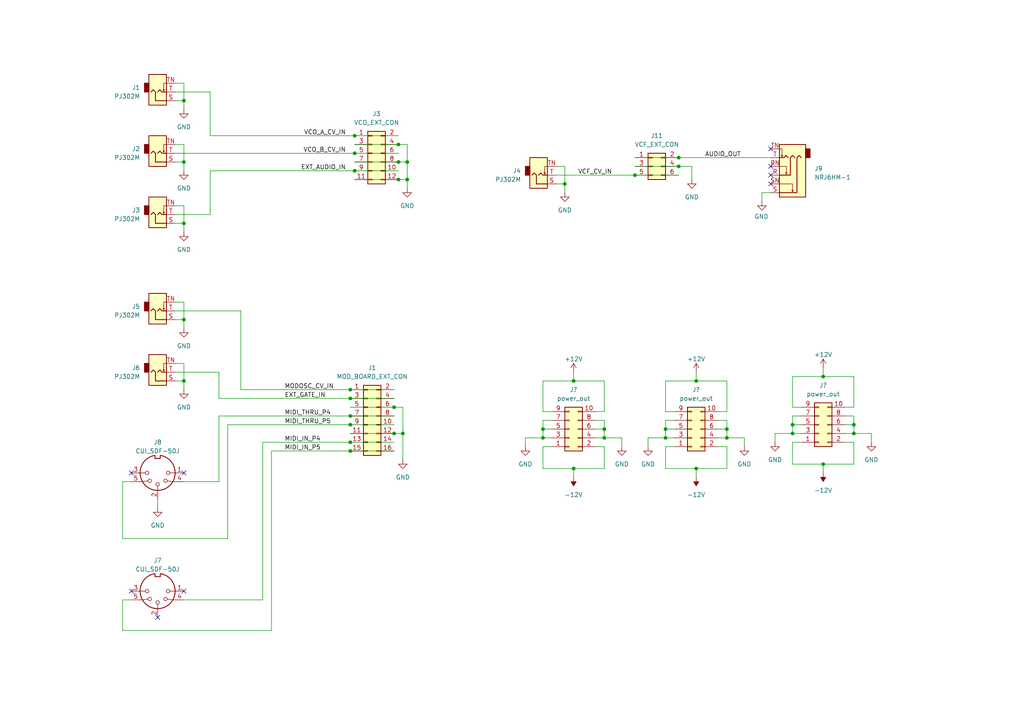
<source format=kicad_sch>
(kicad_sch (version 20230121) (generator eeschema)
  (paper "A4")
  (title_block (title "MICRO-OX Power-Supply and IO Board") (date "2023-05-13") (rev "0") (comment 2 "creativecommons.org/licenses/by/4.0") (comment 3 "license: CC by 4.0") (comment 4 "Author: Jordan Aceto"))
  (lib_symbols
    (symbol "Connector_Audio:AudioJack2_SwitchT"
      (property "Reference" "J" (at 0 8.89 0))
      (property "Value" "AudioJack2_SwitchT" (at 0 6.35 0))
      (symbol "AudioJack2_SwitchT_0_1"
        (rectangle (start -2.54 0) (end -3.81 -2.54) (stroke (width 0.254)) (fill (type outline)))
        (polyline (pts (xy 1.778 -0.254) (xy 2.032 -0.762)))
        (polyline (pts (xy 0 0) (xy 0.635 -0.635) (xy 1.27 0) (xy 2.54 0)) (stroke (width 0.254)))
        (polyline (pts (xy 2.54 -2.54) (xy 1.778 -2.54) (xy 1.778 -0.254) (xy 1.524 -0.762)))
        (polyline (pts (xy 2.54 2.54) (xy -0.635 2.54) (xy -0.635 0) (xy -1.27 -0.635) (xy -1.905 0)) (stroke (width 0.254)))
        (rectangle (start 2.54 3.81) (end -2.54 -5.08) (stroke (width 0.254)) (fill (type background)))
      )
      (symbol "AudioJack2_SwitchT_1_1"
        (pin passive line (at 5.08 2.54 180) (length 2.54) (name "~") (number "S"))
        (pin passive line (at 5.08 0 180) (length 2.54) (name "~") (number "T"))
        (pin passive line (at 5.08 -2.54 180) (length 2.54) (name "~") (number "TN"))
      )
    )
    (symbol "Connector_Generic:Conn_02x03_Odd_Even" (pin_names (offset 1.016) hide)
      (property "Reference" "J" (at 1.27 5.08 0))
      (property "Value" "Conn_02x03_Odd_Even" (at 1.27 -5.08 0))
      (symbol "Conn_02x03_Odd_Even_1_1"
        (rectangle (start -1.27 -2.413) (end 0 -2.667) (stroke (width 0.1524)))
        (rectangle (start -1.27 0.127) (end 0 -0.127) (stroke (width 0.1524)))
        (rectangle (start -1.27 2.667) (end 0 2.413) (stroke (width 0.1524)))
        (rectangle (start -1.27 3.81) (end 3.81 -3.81) (stroke (width 0.254)) (fill (type background)))
        (rectangle (start 3.81 -2.413) (end 2.54 -2.667) (stroke (width 0.1524)))
        (rectangle (start 3.81 0.127) (end 2.54 -0.127) (stroke (width 0.1524)))
        (rectangle (start 3.81 2.667) (end 2.54 2.413) (stroke (width 0.1524)))
        (pin passive line (at -5.08 2.54 0) (length 3.81) (name "Pin_1") (number "1"))
        (pin passive line (at 7.62 2.54 180) (length 3.81) (name "Pin_2") (number "2"))
        (pin passive line (at -5.08 0 0) (length 3.81) (name "Pin_3") (number "3"))
        (pin passive line (at 7.62 0 180) (length 3.81) (name "Pin_4") (number "4"))
        (pin passive line (at -5.08 -2.54 0) (length 3.81) (name "Pin_5") (number "5"))
        (pin passive line (at 7.62 -2.54 180) (length 3.81) (name "Pin_6") (number "6"))
      )
    )
    (symbol "Connector_Generic:Conn_02x05_Odd_Even" (pin_names (offset 1.016) hide)
      (property "Reference" "J" (at 1.27 7.62 0))
      (property "Value" "Conn_02x05_Odd_Even" (at 1.27 -7.62 0))
      (symbol "Conn_02x05_Odd_Even_1_1"
        (rectangle (start -1.27 -4.953) (end 0 -5.207) (stroke (width 0.1524)))
        (rectangle (start -1.27 -2.413) (end 0 -2.667) (stroke (width 0.1524)))
        (rectangle (start -1.27 0.127) (end 0 -0.127) (stroke (width 0.1524)))
        (rectangle (start -1.27 2.667) (end 0 2.413) (stroke (width 0.1524)))
        (rectangle (start -1.27 5.207) (end 0 4.953) (stroke (width 0.1524)))
        (rectangle (start -1.27 6.35) (end 3.81 -6.35) (stroke (width 0.254)) (fill (type background)))
        (rectangle (start 3.81 -4.953) (end 2.54 -5.207) (stroke (width 0.1524)))
        (rectangle (start 3.81 -2.413) (end 2.54 -2.667) (stroke (width 0.1524)))
        (rectangle (start 3.81 0.127) (end 2.54 -0.127) (stroke (width 0.1524)))
        (rectangle (start 3.81 2.667) (end 2.54 2.413) (stroke (width 0.1524)))
        (rectangle (start 3.81 5.207) (end 2.54 4.953) (stroke (width 0.1524)))
        (pin passive line (at -5.08 5.08 0) (length 3.81) (name "Pin_1") (number "1"))
        (pin passive line (at 7.62 -5.08 180) (length 3.81) (name "Pin_10") (number "10"))
        (pin passive line (at 7.62 5.08 180) (length 3.81) (name "Pin_2") (number "2"))
        (pin passive line (at -5.08 2.54 0) (length 3.81) (name "Pin_3") (number "3"))
        (pin passive line (at 7.62 2.54 180) (length 3.81) (name "Pin_4") (number "4"))
        (pin passive line (at -5.08 0 0) (length 3.81) (name "Pin_5") (number "5"))
        (pin passive line (at 7.62 0 180) (length 3.81) (name "Pin_6") (number "6"))
        (pin passive line (at -5.08 -2.54 0) (length 3.81) (name "Pin_7") (number "7"))
        (pin passive line (at 7.62 -2.54 180) (length 3.81) (name "Pin_8") (number "8"))
        (pin passive line (at -5.08 -5.08 0) (length 3.81) (name "Pin_9") (number "9"))
      )
    )
    (symbol "Connector_Generic:Conn_02x06_Odd_Even" (pin_names (offset 1.016) hide)
      (property "Reference" "J" (at 1.27 7.62 0))
      (property "Value" "Conn_02x06_Odd_Even" (at 1.27 -10.16 0))
      (symbol "Conn_02x06_Odd_Even_1_1"
        (rectangle (start -1.27 -7.493) (end 0 -7.747) (stroke (width 0.1524)))
        (rectangle (start -1.27 -4.953) (end 0 -5.207) (stroke (width 0.1524)))
        (rectangle (start -1.27 -2.413) (end 0 -2.667) (stroke (width 0.1524)))
        (rectangle (start -1.27 0.127) (end 0 -0.127) (stroke (width 0.1524)))
        (rectangle (start -1.27 2.667) (end 0 2.413) (stroke (width 0.1524)))
        (rectangle (start -1.27 5.207) (end 0 4.953) (stroke (width 0.1524)))
        (rectangle (start -1.27 6.35) (end 3.81 -8.89) (stroke (width 0.254)) (fill (type background)))
        (rectangle (start 3.81 -7.493) (end 2.54 -7.747) (stroke (width 0.1524)))
        (rectangle (start 3.81 -4.953) (end 2.54 -5.207) (stroke (width 0.1524)))
        (rectangle (start 3.81 -2.413) (end 2.54 -2.667) (stroke (width 0.1524)))
        (rectangle (start 3.81 0.127) (end 2.54 -0.127) (stroke (width 0.1524)))
        (rectangle (start 3.81 2.667) (end 2.54 2.413) (stroke (width 0.1524)))
        (rectangle (start 3.81 5.207) (end 2.54 4.953) (stroke (width 0.1524)))
        (pin passive line (at -5.08 5.08 0) (length 3.81) (name "Pin_1") (number "1"))
        (pin passive line (at 7.62 -5.08 180) (length 3.81) (name "Pin_10") (number "10"))
        (pin passive line (at -5.08 -7.62 0) (length 3.81) (name "Pin_11") (number "11"))
        (pin passive line (at 7.62 -7.62 180) (length 3.81) (name "Pin_12") (number "12"))
        (pin passive line (at 7.62 5.08 180) (length 3.81) (name "Pin_2") (number "2"))
        (pin passive line (at -5.08 2.54 0) (length 3.81) (name "Pin_3") (number "3"))
        (pin passive line (at 7.62 2.54 180) (length 3.81) (name "Pin_4") (number "4"))
        (pin passive line (at -5.08 0 0) (length 3.81) (name "Pin_5") (number "5"))
        (pin passive line (at 7.62 0 180) (length 3.81) (name "Pin_6") (number "6"))
        (pin passive line (at -5.08 -2.54 0) (length 3.81) (name "Pin_7") (number "7"))
        (pin passive line (at 7.62 -2.54 180) (length 3.81) (name "Pin_8") (number "8"))
        (pin passive line (at -5.08 -5.08 0) (length 3.81) (name "Pin_9") (number "9"))
      )
    )
    (symbol "Connector_Generic:Conn_02x08_Odd_Even" (pin_names (offset 1.016) hide)
      (property "Reference" "J" (at 1.27 10.16 0))
      (property "Value" "Conn_02x08_Odd_Even" (at 1.27 -12.7 0))
      (symbol "Conn_02x08_Odd_Even_1_1"
        (rectangle (start -1.27 -10.033) (end 0 -10.287) (stroke (width 0.1524)))
        (rectangle (start -1.27 -7.493) (end 0 -7.747) (stroke (width 0.1524)))
        (rectangle (start -1.27 -4.953) (end 0 -5.207) (stroke (width 0.1524)))
        (rectangle (start -1.27 -2.413) (end 0 -2.667) (stroke (width 0.1524)))
        (rectangle (start -1.27 0.127) (end 0 -0.127) (stroke (width 0.1524)))
        (rectangle (start -1.27 2.667) (end 0 2.413) (stroke (width 0.1524)))
        (rectangle (start -1.27 5.207) (end 0 4.953) (stroke (width 0.1524)))
        (rectangle (start -1.27 7.747) (end 0 7.493) (stroke (width 0.1524)))
        (rectangle (start -1.27 8.89) (end 3.81 -11.43) (stroke (width 0.254)) (fill (type background)))
        (rectangle (start 3.81 -10.033) (end 2.54 -10.287) (stroke (width 0.1524)))
        (rectangle (start 3.81 -7.493) (end 2.54 -7.747) (stroke (width 0.1524)))
        (rectangle (start 3.81 -4.953) (end 2.54 -5.207) (stroke (width 0.1524)))
        (rectangle (start 3.81 -2.413) (end 2.54 -2.667) (stroke (width 0.1524)))
        (rectangle (start 3.81 0.127) (end 2.54 -0.127) (stroke (width 0.1524)))
        (rectangle (start 3.81 2.667) (end 2.54 2.413) (stroke (width 0.1524)))
        (rectangle (start 3.81 5.207) (end 2.54 4.953) (stroke (width 0.1524)))
        (rectangle (start 3.81 7.747) (end 2.54 7.493) (stroke (width 0.1524)))
        (pin passive line (at -5.08 7.62 0) (length 3.81) (name "Pin_1") (number "1"))
        (pin passive line (at 7.62 -2.54 180) (length 3.81) (name "Pin_10") (number "10"))
        (pin passive line (at -5.08 -5.08 0) (length 3.81) (name "Pin_11") (number "11"))
        (pin passive line (at 7.62 -5.08 180) (length 3.81) (name "Pin_12") (number "12"))
        (pin passive line (at -5.08 -7.62 0) (length 3.81) (name "Pin_13") (number "13"))
        (pin passive line (at 7.62 -7.62 180) (length 3.81) (name "Pin_14") (number "14"))
        (pin passive line (at -5.08 -10.16 0) (length 3.81) (name "Pin_15") (number "15"))
        (pin passive line (at 7.62 -10.16 180) (length 3.81) (name "Pin_16") (number "16"))
        (pin passive line (at 7.62 7.62 180) (length 3.81) (name "Pin_2") (number "2"))
        (pin passive line (at -5.08 5.08 0) (length 3.81) (name "Pin_3") (number "3"))
        (pin passive line (at 7.62 5.08 180) (length 3.81) (name "Pin_4") (number "4"))
        (pin passive line (at -5.08 2.54 0) (length 3.81) (name "Pin_5") (number "5"))
        (pin passive line (at 7.62 2.54 180) (length 3.81) (name "Pin_6") (number "6"))
        (pin passive line (at -5.08 0 0) (length 3.81) (name "Pin_7") (number "7"))
        (pin passive line (at 7.62 0 180) (length 3.81) (name "Pin_8") (number "8"))
        (pin passive line (at -5.08 -2.54 0) (length 3.81) (name "Pin_9") (number "9"))
      )
    )
    (symbol "custom_symbols:CUI_SDF-50J" (pin_names (offset 1.016))
      (property "Reference" "J8" (at 0.0001 -8.89 0))
      (property "Value" "CUI_SDF-50J" (at 0.0001 -6.35 0))
      (symbol "CUI_SDF-50J_0_1"
        (arc (start -5.08 0) (mid -3.8609 -3.3364) (end -0.762 -5.08) (stroke (width 0.254)))
        (circle (center -3.048 0) (radius 0.508))
        (circle (center -2.286 2.286) (radius 0.508))
        (polyline (pts (xy -5.08 0) (xy -3.556 0)))
        (polyline (pts (xy 0 5.08) (xy 0 3.81)))
        (polyline (pts (xy 5.08 0) (xy 3.556 0)))
        (polyline (pts (xy -5.08 2.54) (xy -4.318 2.54) (xy -2.794 2.286)))
        (polyline (pts (xy 5.08 2.54) (xy 4.318 2.54) (xy 2.794 2.286)))
        (polyline (pts (xy -0.762 -4.953) (xy -0.762 -4.191) (xy 0.762 -4.191) (xy 0.762 -4.953)) (stroke (width 0.254)))
        (circle (center 0 3.302) (radius 0.508))
        (arc (start 0.762 -5.08) (mid 3.8685 -3.343) (end 5.08 0) (stroke (width 0.254)))
        (circle (center 2.286 2.286) (radius 0.508))
        (circle (center 3.048 0) (radius 0.508))
        (arc (start 5.08 0) (mid 0 5.0579) (end -5.08 0) (stroke (width 0.254)))
      )
      (symbol "CUI_SDF-50J_1_1"
        (pin passive line (at -7.62 0 0) (length 2.54) (name "~") (number "1"))
        (pin passive line (at 0 7.62 270) (length 2.54) (name "~") (number "2"))
        (pin passive line (at 7.62 0 180) (length 2.54) (name "~") (number "3"))
        (pin passive line (at -7.62 2.54 0) (length 2.54) (name "~") (number "4"))
        (pin passive line (at 7.62 2.54 180) (length 2.54) (name "~") (number "5"))
      )
    )
    (symbol "custom_symbols:NRJ6HM-1"
      (property "Reference" "J9" (at -7.62 -1.905 0))
      (property "Value" "NRJ6HM-1" (at -7.62 0.635 0))
      (symbol "NRJ6HM-1_0_1"
        (rectangle (start -5.08 -5.08) (end -6.35 -7.62) (stroke (width 0.254)) (fill (type outline)))
        (polyline (pts (xy -1.27 4.826) (xy -1.016 4.318)))
        (polyline (pts (xy 0.508 -0.254) (xy 0.762 -0.762)))
        (polyline (pts (xy 1.778 -5.334) (xy 2.032 -5.842)))
        (polyline (pts (xy 0 -5.08) (xy 0.635 -5.715) (xy 1.27 -5.08) (xy 2.54 -5.08)) (stroke (width 0.254)))
        (polyline (pts (xy 2.54 -7.62) (xy 1.778 -7.62) (xy 1.778 -5.334) (xy 1.524 -5.842)))
        (polyline (pts (xy 2.54 -2.54) (xy 0.508 -2.54) (xy 0.508 -0.254) (xy 0.254 -0.762)))
        (polyline (pts (xy 2.54 2.54) (xy -1.27 2.54) (xy -1.27 4.826) (xy -1.524 4.318)))
        (polyline (pts (xy -1.905 -5.08) (xy -1.27 -5.715) (xy -0.635 -5.08) (xy -0.635 0) (xy 2.54 0)) (stroke (width 0.254)))
        (polyline (pts (xy 2.54 5.08) (xy -2.54 5.08) (xy -2.54 -5.08) (xy -3.175 -5.715) (xy -3.81 -5.08)) (stroke (width 0.254)))
        (rectangle (start 2.54 6.35) (end -5.08 -8.89) (stroke (width 0.254)) (fill (type background)))
      )
      (symbol "NRJ6HM-1_1_1"
        (pin passive line (at 5.08 0 180) (length 2.54) (name "~") (number "R"))
        (pin passive line (at 5.08 -2.54 180) (length 2.54) (name "~") (number "RN"))
        (pin passive line (at 5.08 5.08 180) (length 2.54) (name "~") (number "S"))
        (pin passive line (at 5.08 2.54 180) (length 2.54) (name "~") (number "SN"))
        (pin passive line (at 5.08 -5.08 180) (length 2.54) (name "~") (number "T"))
        (pin passive line (at 5.08 -7.62 180) (length 2.54) (name "~") (number "TN"))
      )
    )
    (symbol "power:+12V" (power) (pin_names (offset 0))
      (property "Value" "+12V" (at 0 3.556 0))
      (symbol "+12V_0_1"
        (polyline (pts (xy -0.762 1.27) (xy 0 2.54)))
        (polyline (pts (xy 0 0) (xy 0 2.54)))
        (polyline (pts (xy 0 2.54) (xy 0.762 1.27)))
      )
      (symbol "+12V_1_1"
        (pin power_in line (at 0 0 90) (length 0) hide (name "+12V") (number "1"))
      )
    )
    (symbol "power:-12V" (power) (pin_names (offset 0))
      (property "Value" "-12V" (at 0 3.81 0))
      (symbol "-12V_0_0"
        (pin power_in line (at 0 0 90) (length 0) hide (name "-12V") (number "1"))
      )
      (symbol "-12V_0_1"
        (polyline (pts (xy 0 0) (xy 0 1.27) (xy 0.762 1.27) (xy 0 2.54) (xy -0.762 1.27) (xy 0 1.27)) (fill (type outline)))
      )
    )
    (symbol "power:GND" (power) (pin_names (offset 0))
      (property "Value" "GND" (at 0 -3.81 0))
      (symbol "GND_0_1"
        (polyline (pts (xy 0 0) (xy 0 -1.27) (xy 1.27 -1.27) (xy 0 -2.54) (xy -1.27 -1.27) (xy 0 -1.27)))
      )
      (symbol "GND_1_1"
        (pin power_in line (at 0 0 270) (length 0) hide (name "GND") (number "1"))
      )
    )
  )
  (junction (at 175.26 124.46))
  (junction (at 238.76 109.22))
  (junction (at 184.15 50.8))
  (junction (at 238.76 134.62))
  (junction (at 53.34 46.99))
  (junction (at 53.34 64.77))
  (junction (at 196.85 48.26))
  (junction (at 229.87 125.73))
  (junction (at 115.57 46.99))
  (junction (at 166.37 135.89))
  (junction (at 118.11 46.99))
  (junction (at 175.26 127))
  (junction (at 53.34 92.71))
  (junction (at 102.87 49.53))
  (junction (at 101.6 120.65))
  (junction (at 193.04 127))
  (junction (at 115.57 52.07))
  (junction (at 101.6 128.27))
  (junction (at 201.93 135.89))
  (junction (at 116.84 125.73))
  (junction (at 210.82 124.46))
  (junction (at 114.3 125.73))
  (junction (at 157.48 127))
  (junction (at 53.34 110.49))
  (junction (at 101.6 130.81))
  (junction (at 247.65 123.19))
  (junction (at 157.48 124.46))
  (junction (at 102.87 44.45))
  (junction (at 247.65 125.73))
  (junction (at 201.93 110.49))
  (junction (at 210.82 127))
  (junction (at 163.83 53.34))
  (junction (at 196.85 45.72))
  (junction (at 101.6 123.19))
  (junction (at 229.87 123.19))
  (junction (at 101.6 115.57))
  (junction (at 166.37 110.49))
  (junction (at 101.6 113.03))
  (junction (at 115.57 41.91))
  (junction (at 118.11 52.07))
  (junction (at 53.34 29.21))
  (junction (at 102.87 39.37))
  (junction (at 114.3 118.11))
  (junction (at 193.04 124.46))
  (no_connect (at 53.34 137.16))
  (no_connect (at 45.72 179.07))
  (no_connect (at 223.52 48.26))
  (no_connect (at 53.34 171.45))
  (no_connect (at 38.1 171.45))
  (no_connect (at 223.52 53.34))
  (no_connect (at 38.1 137.16))
  (no_connect (at 223.52 43.18))
  (no_connect (at 223.52 50.8))
  (wire (pts (xy 193.04 121.92) (xy 195.58 121.92)))
  (wire (pts (xy 163.83 48.26) (xy 161.29 48.26)))
  (wire (pts (xy 53.34 29.21) (xy 50.8 29.21)))
  (wire (pts (xy 101.6 113.03) (xy 114.3 113.03)))
  (wire (pts (xy 45.72 144.78) (xy 45.72 147.32)))
  (wire (pts (xy 201.93 135.89) (xy 201.93 138.43)))
  (wire (pts (xy 247.65 134.62) (xy 247.65 128.27)))
  (wire (pts (xy 63.5 115.57) (xy 63.5 107.95)))
  (wire (pts (xy 229.87 134.62) (xy 238.76 134.62)))
  (wire (pts (xy 60.96 49.53) (xy 102.87 49.53)))
  (wire (pts (xy 201.93 110.49) (xy 193.04 110.49)))
  (wire (pts (xy 163.83 55.88) (xy 163.83 53.34)))
  (wire (pts (xy 60.96 26.67) (xy 50.8 26.67)))
  (wire (pts (xy 195.58 129.54) (xy 193.04 129.54)))
  (wire (pts (xy 53.34 64.77) (xy 53.34 59.69)))
  (wire (pts (xy 157.48 121.92) (xy 157.48 124.46)))
  (wire (pts (xy 101.6 128.27) (xy 114.3 128.27)))
  (wire (pts (xy 152.4 129.54) (xy 152.4 127)))
  (wire (pts (xy 208.28 121.92) (xy 210.82 121.92)))
  (wire (pts (xy 78.74 130.81) (xy 78.74 182.88)))
  (wire (pts (xy 220.98 58.42) (xy 220.98 55.88)))
  (wire (pts (xy 66.04 123.19) (xy 101.6 123.19)))
  (wire (pts (xy 50.8 107.95) (xy 63.5 107.95)))
  (wire (pts (xy 175.26 127) (xy 175.26 124.46)))
  (wire (pts (xy 76.2 128.27) (xy 101.6 128.27)))
  (wire (pts (xy 53.34 59.69) (xy 50.8 59.69)))
  (wire (pts (xy 63.5 120.65) (xy 101.6 120.65)))
  (wire (pts (xy 118.11 52.07) (xy 115.57 52.07)))
  (wire (pts (xy 35.56 173.99) (xy 38.1 173.99)))
  (wire (pts (xy 69.85 113.03) (xy 101.6 113.03)))
  (wire (pts (xy 201.93 135.89) (xy 210.82 135.89)))
  (wire (pts (xy 193.04 124.46) (xy 195.58 124.46)))
  (wire (pts (xy 53.34 64.77) (xy 50.8 64.77)))
  (wire (pts (xy 118.11 46.99) (xy 118.11 52.07)))
  (wire (pts (xy 53.34 29.21) (xy 53.34 24.13)))
  (wire (pts (xy 229.87 109.22) (xy 229.87 118.11)))
  (wire (pts (xy 215.9 129.54) (xy 215.9 127)))
  (wire (pts (xy 50.8 62.23) (xy 60.96 62.23)))
  (wire (pts (xy 115.57 46.99) (xy 118.11 46.99)))
  (wire (pts (xy 238.76 109.22) (xy 229.87 109.22)))
  (wire (pts (xy 102.87 44.45) (xy 115.57 44.45)))
  (wire (pts (xy 53.34 46.99) (xy 50.8 46.99)))
  (wire (pts (xy 60.96 62.23) (xy 60.96 49.53)))
  (wire (pts (xy 161.29 50.8) (xy 184.15 50.8)))
  (wire (pts (xy 53.34 95.25) (xy 53.34 92.71)))
  (wire (pts (xy 166.37 110.49) (xy 157.48 110.49)))
  (wire (pts (xy 66.04 123.19) (xy 66.04 156.21)))
  (wire (pts (xy 157.48 124.46) (xy 160.02 124.46)))
  (wire (pts (xy 187.96 129.54) (xy 187.96 127)))
  (wire (pts (xy 60.96 39.37) (xy 102.87 39.37)))
  (wire (pts (xy 50.8 44.45) (xy 102.87 44.45)))
  (wire (pts (xy 187.96 127) (xy 193.04 127)))
  (wire (pts (xy 163.83 53.34) (xy 161.29 53.34)))
  (wire (pts (xy 229.87 123.19) (xy 229.87 125.73)))
  (wire (pts (xy 200.66 48.26) (xy 196.85 48.26)))
  (wire (pts (xy 102.87 39.37) (xy 115.57 39.37)))
  (wire (pts (xy 208.28 119.38) (xy 210.82 119.38)))
  (wire (pts (xy 35.56 139.7) (xy 38.1 139.7)))
  (wire (pts (xy 193.04 135.89) (xy 201.93 135.89)))
  (wire (pts (xy 193.04 110.49) (xy 193.04 119.38)))
  (wire (pts (xy 229.87 118.11) (xy 232.41 118.11)))
  (wire (pts (xy 76.2 128.27) (xy 76.2 173.99)))
  (wire (pts (xy 175.26 119.38) (xy 175.26 110.49)))
  (wire (pts (xy 200.66 52.07) (xy 200.66 48.26)))
  (wire (pts (xy 196.85 45.72) (xy 223.52 45.72)))
  (wire (pts (xy 63.5 115.57) (xy 101.6 115.57)))
  (wire (pts (xy 208.28 124.46) (xy 210.82 124.46)))
  (wire (pts (xy 175.26 124.46) (xy 175.26 121.92)))
  (wire (pts (xy 53.34 67.31) (xy 53.34 64.77)))
  (wire (pts (xy 53.34 92.71) (xy 53.34 87.63)))
  (wire (pts (xy 53.34 139.7) (xy 63.5 139.7)))
  (wire (pts (xy 180.34 127) (xy 175.26 127)))
  (wire (pts (xy 160.02 127) (xy 157.48 127)))
  (wire (pts (xy 69.85 90.17) (xy 50.8 90.17)))
  (wire (pts (xy 229.87 123.19) (xy 232.41 123.19)))
  (wire (pts (xy 247.65 109.22) (xy 238.76 109.22)))
  (wire (pts (xy 245.11 125.73) (xy 247.65 125.73)))
  (wire (pts (xy 172.72 121.92) (xy 175.26 121.92)))
  (wire (pts (xy 53.34 87.63) (xy 50.8 87.63)))
  (wire (pts (xy 180.34 129.54) (xy 180.34 127)))
  (wire (pts (xy 245.11 120.65) (xy 247.65 120.65)))
  (wire (pts (xy 53.34 46.99) (xy 53.34 41.91)))
  (wire (pts (xy 245.11 118.11) (xy 247.65 118.11)))
  (wire (pts (xy 195.58 127) (xy 193.04 127)))
  (wire (pts (xy 184.15 48.26) (xy 196.85 48.26)))
  (wire (pts (xy 229.87 120.65) (xy 232.41 120.65)))
  (wire (pts (xy 184.15 45.72) (xy 196.85 45.72)))
  (wire (pts (xy 247.65 128.27) (xy 245.11 128.27)))
  (wire (pts (xy 118.11 41.91) (xy 118.11 46.99)))
  (wire (pts (xy 238.76 134.62) (xy 247.65 134.62)))
  (wire (pts (xy 247.65 118.11) (xy 247.65 109.22)))
  (wire (pts (xy 166.37 135.89) (xy 175.26 135.89)))
  (wire (pts (xy 116.84 125.73) (xy 116.84 133.35)))
  (wire (pts (xy 101.6 115.57) (xy 114.3 115.57)))
  (wire (pts (xy 172.72 124.46) (xy 175.26 124.46)))
  (wire (pts (xy 175.26 129.54) (xy 172.72 129.54)))
  (wire (pts (xy 101.6 123.19) (xy 114.3 123.19)))
  (wire (pts (xy 245.11 123.19) (xy 247.65 123.19)))
  (wire (pts (xy 53.34 113.03) (xy 53.34 110.49)))
  (wire (pts (xy 238.76 134.62) (xy 238.76 137.16)))
  (wire (pts (xy 35.56 156.21) (xy 35.56 139.7)))
  (wire (pts (xy 69.85 113.03) (xy 69.85 90.17)))
  (wire (pts (xy 53.34 41.91) (xy 50.8 41.91)))
  (wire (pts (xy 232.41 128.27) (xy 229.87 128.27)))
  (wire (pts (xy 53.34 110.49) (xy 53.34 105.41)))
  (wire (pts (xy 229.87 120.65) (xy 229.87 123.19)))
  (wire (pts (xy 224.79 125.73) (xy 229.87 125.73)))
  (wire (pts (xy 152.4 127) (xy 157.48 127)))
  (wire (pts (xy 175.26 110.49) (xy 166.37 110.49)))
  (wire (pts (xy 53.34 24.13) (xy 50.8 24.13)))
  (wire (pts (xy 193.04 119.38) (xy 195.58 119.38)))
  (wire (pts (xy 35.56 182.88) (xy 35.56 173.99)))
  (wire (pts (xy 224.79 128.27) (xy 224.79 125.73)))
  (wire (pts (xy 193.04 121.92) (xy 193.04 124.46)))
  (wire (pts (xy 210.82 135.89) (xy 210.82 129.54)))
  (wire (pts (xy 172.72 119.38) (xy 175.26 119.38)))
  (wire (pts (xy 116.84 125.73) (xy 114.3 125.73)))
  (wire (pts (xy 102.87 46.99) (xy 115.57 46.99)))
  (wire (pts (xy 101.6 125.73) (xy 114.3 125.73)))
  (wire (pts (xy 193.04 124.46) (xy 193.04 127)))
  (wire (pts (xy 101.6 118.11) (xy 114.3 118.11)))
  (wire (pts (xy 157.48 124.46) (xy 157.48 127)))
  (wire (pts (xy 229.87 128.27) (xy 229.87 134.62)))
  (wire (pts (xy 252.73 128.27) (xy 252.73 125.73)))
  (wire (pts (xy 220.98 55.88) (xy 223.52 55.88)))
  (wire (pts (xy 160.02 129.54) (xy 157.48 129.54)))
  (wire (pts (xy 210.82 127) (xy 210.82 124.46)))
  (wire (pts (xy 101.6 130.81) (xy 114.3 130.81)))
  (wire (pts (xy 208.28 127) (xy 210.82 127)))
  (wire (pts (xy 102.87 52.07) (xy 115.57 52.07)))
  (wire (pts (xy 102.87 41.91) (xy 115.57 41.91)))
  (wire (pts (xy 63.5 139.7) (xy 63.5 120.65)))
  (wire (pts (xy 157.48 119.38) (xy 160.02 119.38)))
  (wire (pts (xy 201.93 107.95) (xy 201.93 110.49)))
  (wire (pts (xy 172.72 127) (xy 175.26 127)))
  (wire (pts (xy 157.48 121.92) (xy 160.02 121.92)))
  (wire (pts (xy 66.04 156.21) (xy 35.56 156.21)))
  (wire (pts (xy 60.96 39.37) (xy 60.96 26.67)))
  (wire (pts (xy 210.82 124.46) (xy 210.82 121.92)))
  (wire (pts (xy 247.65 125.73) (xy 247.65 123.19)))
  (wire (pts (xy 78.74 130.81) (xy 101.6 130.81)))
  (wire (pts (xy 175.26 135.89) (xy 175.26 129.54)))
  (wire (pts (xy 53.34 105.41) (xy 50.8 105.41)))
  (wire (pts (xy 184.15 50.8) (xy 196.85 50.8)))
  (wire (pts (xy 252.73 125.73) (xy 247.65 125.73)))
  (wire (pts (xy 163.83 53.34) (xy 163.83 48.26)))
  (wire (pts (xy 53.34 31.75) (xy 53.34 29.21)))
  (wire (pts (xy 238.76 106.68) (xy 238.76 109.22)))
  (wire (pts (xy 247.65 123.19) (xy 247.65 120.65)))
  (wire (pts (xy 101.6 120.65) (xy 114.3 120.65)))
  (wire (pts (xy 166.37 107.95) (xy 166.37 110.49)))
  (wire (pts (xy 53.34 49.53) (xy 53.34 46.99)))
  (wire (pts (xy 193.04 129.54) (xy 193.04 135.89)))
  (wire (pts (xy 53.34 110.49) (xy 50.8 110.49)))
  (wire (pts (xy 53.34 92.71) (xy 50.8 92.71)))
  (wire (pts (xy 157.48 135.89) (xy 166.37 135.89)))
  (wire (pts (xy 76.2 173.99) (xy 53.34 173.99)))
  (wire (pts (xy 215.9 127) (xy 210.82 127)))
  (wire (pts (xy 210.82 119.38) (xy 210.82 110.49)))
  (wire (pts (xy 166.37 135.89) (xy 166.37 138.43)))
  (wire (pts (xy 210.82 110.49) (xy 201.93 110.49)))
  (wire (pts (xy 116.84 118.11) (xy 114.3 118.11)))
  (wire (pts (xy 157.48 129.54) (xy 157.48 135.89)))
  (wire (pts (xy 115.57 41.91) (xy 118.11 41.91)))
  (wire (pts (xy 116.84 118.11) (xy 116.84 125.73)))
  (wire (pts (xy 78.74 182.88) (xy 35.56 182.88)))
  (wire (pts (xy 118.11 52.07) (xy 118.11 54.61)))
  (wire (pts (xy 102.87 49.53) (xy 115.57 49.53)))
  (wire (pts (xy 232.41 125.73) (xy 229.87 125.73)))
  (wire (pts (xy 157.48 110.49) (xy 157.48 119.38)))
  (wire (pts (xy 210.82 129.54) (xy 208.28 129.54)))
  (label "MODOSC_CV_IN" (at 82.55 113.03 0))
  (label "MIDI_IN_P5" (at 82.55 130.81 0))
  (label "MIDI_IN_P4" (at 82.55 128.27 0))
  (label "EXT_GATE_IN" (at 82.55 115.57 0))
  (label "AUDIO_OUT" (at 204.47 45.72 0))
  (label "VCO_B_CV_IN" (at 100.33 44.45 180))
  (label "VCO_A_CV_IN" (at 100.33 39.37 180))
  (label "MIDI_THRU_P5" (at 82.55 123.19 0))
  (label "EXT_AUDIO_IN" (at 100.33 49.53 180))
  (label "VCF_CV_IN" (at 167.64 50.8 0))
  (label "MIDI_THRU_P4" (at 82.55 120.65 0))
  (symbol (lib_id "power:+12V") (at 201.93 107.95 0) (unit 1)
    (property "Reference" "#PWR04" (effects hide))
    (property "Value" "+12V" (at 201.93 104.14 0))
    (instances (project "power_supply_and_io_board" (path "" (reference "#PWR04") (unit 1)) (path "" (reference "#PWR033") (unit 1))))
  )
  (symbol (lib_id "power:GND") (at 187.96 129.54 0) (mirror y) (unit 1)
    (property "Reference" "#PWR06" (effects hide))
    (property "Value" "GND" (at 187.96 134.62 0))
    (instances (project "power_supply_and_io_board" (path "" (reference "#PWR06") (unit 1)) (path "" (reference "#PWR032") (unit 1))) (project "power_supply" (path "" (reference "#PWR05") (unit 1))))
  )
  (symbol (lib_id "power:GND") (at 220.98 58.42 0) (mirror y) (unit 1)
    (property "Reference" "#PWR024" (effects hide))
    (property "Value" "GND" (at 220.853 62.8142 0))
    (instances (project "power_supply_and_io_board" (path "" (reference "#PWR024") (unit 1))) (project "stereo_whooshy_sound_main_pcb" (path "" (reference "#PWR0106") (unit 1))))
  )
  (symbol (lib_id "power:GND") (at 45.72 147.32 0) (unit 1)
    (property "Reference" "#PWR026" (effects hide))
    (property "Value" "GND" (at 45.72 152.4 0))
    (instances (project "power_supply_and_io_board" (path "" (reference "#PWR026") (unit 1))) (project "ribbon_controller" (path "" (reference "#PWR0101") (unit 1))))
  )
  (symbol (lib_id "power:GND") (at 215.9 129.54 0) (unit 1)
    (property "Reference" "#PWR010" (effects hide))
    (property "Value" "GND" (at 215.9 134.62 0))
    (instances (project "power_supply_and_io_board" (path "" (reference "#PWR010") (unit 1)) (path "" (reference "#PWR035") (unit 1))) (project "power_supply" (path "" (reference "#PWR09") (unit 1))))
  )
  (symbol (lib_id "Connector_Generic:Conn_02x05_Odd_Even") (at 165.1 124.46 0) (mirror x) (unit 1)
    (property "Reference" "J?" (at 166.37 113.03 0))
    (property "Value" "power_out" (at 166.37 115.57 0))
    (property "Footprint" "custom_footprints:10_pin_IDC-Header" (effects hide))
    (instances (project "power_supply_and_io_board" (path "" (reference "J?") (unit 1)) (path "" (reference "J13") (unit 1))) (project "power_supply" (path "" (reference "J1") (unit 1))))
  )
  (symbol (lib_id "Connector_Generic:Conn_02x08_Odd_Even") (at 106.68 120.65 0) (unit 1)
    (property "Reference" "J1" (at 107.95 106.68 0))
    (property "Value" "MOD_BOARD_EXT_CON" (at 107.95 109.22 0))
    (property "Footprint" "custom_footprints:16_pin_IDC_header" (effects hide))
    (instances (project "power_supply_and_io_board" (path "" (reference "J1") (unit 1)) (path "" (reference "J12") (unit 1))))
  )
  (symbol (lib_id "power:-12V") (at 166.37 138.43 180) (unit 1)
    (property "Reference" "#PWR016" (effects hide))
    (property "Value" "-12V" (at 166.37 143.51 0))
    (instances (project "power_supply_and_io_board" (path "" (reference "#PWR016") (unit 1)) (path "" (reference "#PWR030") (unit 1))))
  )
  (symbol (lib_id "power:GND") (at 53.34 31.75 0) (mirror y) (unit 1)
    (property "Reference" "#PWR020" (effects hide))
    (property "Value" "GND" (at 53.34 36.83 0))
    (instances (project "power_supply_and_io_board" (path "" (reference "#PWR020") (unit 1))) (project "ribbon_controller" (path "" (reference "#PWR0104") (unit 1))))
  )
  (symbol (lib_id "Connector_Generic:Conn_02x06_Odd_Even") (at 107.95 44.45 0) (unit 1)
    (property "Reference" "J3" (at 109.22 33.02 0))
    (property "Value" "VCO_EXT_CON" (at 109.22 35.56 0))
    (property "Footprint" "custom_footprints:12_pin_IDC_header" (effects hide))
    (instances (project "main_VCO_board" (path "" (reference "J3") (unit 1))) (project "power_supply_and_io_board" (path "" (reference "J10") (unit 1))))
  )
  (symbol (lib_id "custom_symbols:CUI_SDF-50J") (at 45.72 171.45 180) (unit 1)
    (property "Reference" "J7" (at 45.7199 162.56 0))
    (property "Value" "CUI_SDF-50J" (at 45.7199 165.1 0))
    (property "Footprint" "custom_footprints:CUI_SDF-50J" (effects hide))
    (property "Datasheet" "https://www.cuidevices.com/product/resource/sdf-j.pdf" (effects hide))
    (instances (project "power_supply_and_io_board" (path "" (reference "J7") (unit 1))) (project "ribbon_controller" (path "" (reference "J104") (unit 1))))
  )
  (symbol (lib_id "Connector_Audio:AudioJack2_SwitchT") (at 45.72 26.67 0) (mirror x) (unit 1)
    (property "Reference" "J1" (at 40.64 25.4 0) (effects (justify right)))
    (property "Value" "PJ302M" (at 40.64 27.94 0) (effects (justify right)))
    (property "Footprint" "custom_footprints:PJ302M" (effects hide))
    (instances (project "power_supply_and_io_board" (path "" (reference "J1") (unit 1))) (project "ribbon_controller" (path "" (reference "J101") (unit 1))))
  )
  (symbol (lib_id "Connector_Generic:Conn_02x05_Odd_Even") (at 237.49 123.19 0) (mirror x) (unit 1)
    (property "Reference" "J?" (at 238.76 111.76 0))
    (property "Value" "power_out" (at 238.76 114.3 0))
    (property "Footprint" "custom_footprints:10_pin_IDC-Header" (effects hide))
    (instances (project "power_supply_and_io_board" (path "" (reference "J?") (unit 1)) (path "" (reference "J15") (unit 1))) (project "power_supply" (path "" (reference "J3") (unit 1))))
  )
  (symbol (lib_id "power:GND") (at 53.34 95.25 0) (mirror y) (unit 1)
    (property "Reference" "#PWR027" (effects hide))
    (property "Value" "GND" (at 53.34 100.33 0))
    (instances (project "power_supply_and_io_board" (path "" (reference "#PWR027") (unit 1))) (project "ribbon_controller" (path "" (reference "#PWR0102") (unit 1))))
  )
  (symbol (lib_id "power:GND") (at 252.73 128.27 0) (unit 1)
    (property "Reference" "#PWR014" (effects hide))
    (property "Value" "GND" (at 252.73 133.35 0))
    (instances (project "power_supply_and_io_board" (path "" (reference "#PWR014") (unit 1)) (path "" (reference "#PWR039") (unit 1))) (project "power_supply" (path "" (reference "#PWR013") (unit 1))))
  )
  (symbol (lib_id "power:GND") (at 152.4 129.54 0) (mirror y) (unit 1)
    (property "Reference" "#PWR02" (effects hide))
    (property "Value" "GND" (at 152.4 134.62 0))
    (instances (project "power_supply_and_io_board" (path "" (reference "#PWR02") (unit 1)) (path "" (reference "#PWR023") (unit 1))) (project "power_supply" (path "" (reference "#PWR01") (unit 1))))
  )
  (symbol (lib_id "custom_symbols:CUI_SDF-50J") (at 45.72 137.16 180) (unit 1)
    (property "Reference" "J8" (at 45.7199 128.27 0))
    (property "Value" "CUI_SDF-50J" (at 45.7199 130.81 0))
    (property "Footprint" "custom_footprints:CUI_SDF-50J" (effects hide))
    (property "Datasheet" "https://www.cuidevices.com/product/resource/sdf-j.pdf" (effects hide))
    (instances (project "power_supply_and_io_board" (path "" (reference "J8") (unit 1))) (project "ribbon_controller" (path "" (reference "J104") (unit 1))))
  )
  (symbol (lib_id "power:GND") (at 116.84 133.35 0) (unit 1)
    (property "Reference" "#PWR052" (effects hide))
    (property "Value" "GND" (at 116.84 138.43 0))
    (instances (project "main_VCO_board" (path "" (reference "#PWR052") (unit 1))) (project "power_supply_and_io_board" (path "" (reference "#PWR0101") (unit 1)) (path "" (reference "#PWR01") (unit 1))) (project "VCF_VCA_board" (path "" (reference "#PWR0102") (unit 1))))
  )
  (symbol (lib_id "power:+12V") (at 238.76 106.68 0) (unit 1)
    (property "Reference" "#PWR08" (effects hide))
    (property "Value" "+12V" (at 238.76 102.87 0))
    (instances (project "power_supply_and_io_board" (path "" (reference "#PWR08") (unit 1)) (path "" (reference "#PWR037") (unit 1))))
  )
  (symbol (lib_id "power:+12V") (at 166.37 107.95 0) (unit 1)
    (property "Reference" "#PWR03" (effects hide))
    (property "Value" "+12V" (at 166.37 104.14 0))
    (instances (project "power_supply_and_io_board" (path "" (reference "#PWR03") (unit 1)) (path "" (reference "#PWR029") (unit 1))))
  )
  (symbol (lib_id "Connector_Audio:AudioJack2_SwitchT") (at 45.72 44.45 0) (mirror x) (unit 1)
    (property "Reference" "J2" (at 40.64 43.18 0) (effects (justify right)))
    (property "Value" "PJ302M" (at 40.64 45.72 0) (effects (justify right)))
    (property "Footprint" "custom_footprints:PJ302M" (effects hide))
    (instances (project "power_supply_and_io_board" (path "" (reference "J2") (unit 1))) (project "ribbon_controller" (path "" (reference "J102") (unit 1))))
  )
  (symbol (lib_id "power:GND") (at 118.11 54.61 0) (unit 1)
    (property "Reference" "#PWR0111" (effects hide))
    (property "Value" "GND" (at 118.11 59.69 0))
    (instances (project "main_VCO_board" (path "" (reference "#PWR0111") (unit 1))) (project "power_supply_and_io_board" (path "" (reference "#PWR013") (unit 1))))
  )
  (symbol (lib_id "power:GND") (at 200.66 52.07 0) (unit 1)
    (property "Reference" "#PWR019" (effects hide))
    (property "Value" "GND" (at 200.66 57.15 0))
    (instances (project "power_supply_and_io_board" (path "" (reference "#PWR019") (unit 1))) (project "VCF_VCA_board" (path "" (reference "#PWR0103") (unit 1))))
  )
  (symbol (lib_id "Connector_Audio:AudioJack2_SwitchT") (at 45.72 90.17 0) (mirror x) (unit 1)
    (property "Reference" "J5" (at 40.64 88.9 0) (effects (justify right)))
    (property "Value" "PJ302M" (at 40.64 91.44 0) (effects (justify right)))
    (property "Footprint" "custom_footprints:PJ302M" (effects hide))
    (instances (project "power_supply_and_io_board" (path "" (reference "J5") (unit 1))) (project "ribbon_controller" (path "" (reference "J102") (unit 1))))
  )
  (symbol (lib_id "power:GND") (at 180.34 129.54 0) (unit 1)
    (property "Reference" "#PWR05" (effects hide))
    (property "Value" "GND" (at 180.34 134.62 0))
    (instances (project "power_supply_and_io_board" (path "" (reference "#PWR05") (unit 1)) (path "" (reference "#PWR031") (unit 1))) (project "power_supply" (path "" (reference "#PWR04") (unit 1))))
  )
  (symbol (lib_id "power:GND") (at 53.34 49.53 0) (mirror y) (unit 1)
    (property "Reference" "#PWR021" (effects hide))
    (property "Value" "GND" (at 53.34 54.61 0))
    (instances (project "power_supply_and_io_board" (path "" (reference "#PWR021") (unit 1))) (project "ribbon_controller" (path "" (reference "#PWR0102") (unit 1))))
  )
  (symbol (lib_id "power:GND") (at 53.34 113.03 0) (mirror y) (unit 1)
    (property "Reference" "#PWR028" (effects hide))
    (property "Value" "GND" (at 53.34 118.11 0))
    (instances (project "power_supply_and_io_board" (path "" (reference "#PWR028") (unit 1))) (project "ribbon_controller" (path "" (reference "#PWR0103") (unit 1))))
  )
  (symbol (lib_id "Connector_Audio:AudioJack2_SwitchT") (at 45.72 107.95 0) (mirror x) (unit 1)
    (property "Reference" "J6" (at 40.64 106.68 0) (effects (justify right)))
    (property "Value" "PJ302M" (at 40.64 109.22 0) (effects (justify right)))
    (property "Footprint" "custom_footprints:PJ302M" (effects hide))
    (instances (project "power_supply_and_io_board" (path "" (reference "J6") (unit 1))) (project "ribbon_controller" (path "" (reference "J103") (unit 1))))
  )
  (symbol (lib_id "power:GND") (at 224.79 128.27 0) (mirror y) (unit 1)
    (property "Reference" "#PWR011" (effects hide))
    (property "Value" "GND" (at 224.79 133.35 0))
    (instances (project "power_supply_and_io_board" (path "" (reference "#PWR011") (unit 1)) (path "" (reference "#PWR036") (unit 1))) (project "power_supply" (path "" (reference "#PWR010") (unit 1))))
  )
  (symbol (lib_id "custom_symbols:NRJ6HM-1") (at 228.6 50.8 180) (unit 1)
    (property "Reference" "J9" (at 236.22 48.895 0) (effects (justify right)))
    (property "Value" "NRJ6HM-1" (at 236.22 51.435 0) (effects (justify right)))
    (property "Footprint" "custom_footprints:Jack_6.35mm_Neutrik_NRJ6HM-1_Horizontal" (effects hide))
  )
  (symbol (lib_id "power:-12V") (at 201.93 138.43 180) (unit 1)
    (property "Reference" "#PWR017" (effects hide))
    (property "Value" "-12V" (at 201.93 143.51 0))
    (instances (project "power_supply_and_io_board" (path "" (reference "#PWR017") (unit 1)) (path "" (reference "#PWR034") (unit 1))))
  )
  (symbol (lib_id "Connector_Audio:AudioJack2_SwitchT") (at 45.72 62.23 0) (mirror x) (unit 1)
    (property "Reference" "J3" (at 40.64 60.96 0) (effects (justify right)))
    (property "Value" "PJ302M" (at 40.64 63.5 0) (effects (justify right)))
    (property "Footprint" "custom_footprints:PJ302M" (effects hide))
    (instances (project "power_supply_and_io_board" (path "" (reference "J3") (unit 1))) (project "ribbon_controller" (path "" (reference "J103") (unit 1))))
  )
  (symbol (lib_id "Connector_Generic:Conn_02x03_Odd_Even") (at 189.23 48.26 0) (unit 1)
    (property "Reference" "J11" (at 190.5 39.37 0))
    (property "Value" "VCF_EXT_CON" (at 190.5 41.91 0))
    (property "Footprint" "custom_footprints:6_pin_IDC-Header" (effects hide))
    (instances (project "power_supply_and_io_board" (path "" (reference "J11") (unit 1))) (project "VCF_VCA_board" (path "" (reference "J3") (unit 1))))
  )
  (symbol (lib_id "power:GND") (at 53.34 67.31 0) (mirror y) (unit 1)
    (property "Reference" "#PWR022" (effects hide))
    (property "Value" "GND" (at 53.34 72.39 0))
    (instances (project "power_supply_and_io_board" (path "" (reference "#PWR022") (unit 1))) (project "ribbon_controller" (path "" (reference "#PWR0103") (unit 1))))
  )
  (symbol (lib_id "Connector_Generic:Conn_02x05_Odd_Even") (at 200.66 124.46 0) (mirror x) (unit 1)
    (property "Reference" "J?" (at 201.93 113.03 0))
    (property "Value" "power_out" (at 201.93 115.57 0))
    (property "Footprint" "custom_footprints:10_pin_IDC-Header" (effects hide))
    (instances (project "power_supply_and_io_board" (path "" (reference "J?") (unit 1)) (path "" (reference "J14") (unit 1))) (project "power_supply" (path "" (reference "J2") (unit 1))))
  )
  (symbol (lib_id "Connector_Audio:AudioJack2_SwitchT") (at 156.21 50.8 0) (mirror x) (unit 1)
    (property "Reference" "J4" (at 151.13 49.53 0) (effects (justify right)))
    (property "Value" "PJ302M" (at 151.13 52.07 0) (effects (justify right)))
    (property "Footprint" "custom_footprints:PJ302M" (effects hide))
    (instances (project "power_supply_and_io_board" (path "" (reference "J4") (unit 1))) (project "ribbon_controller" (path "" (reference "J103") (unit 1))))
  )
  (symbol (lib_id "power:GND") (at 163.83 55.88 0) (mirror y) (unit 1)
    (property "Reference" "#PWR025" (effects hide))
    (property "Value" "GND" (at 163.83 60.96 0))
    (instances (project "power_supply_and_io_board" (path "" (reference "#PWR025") (unit 1))) (project "ribbon_controller" (path "" (reference "#PWR0103") (unit 1))))
  )
  (symbol (lib_id "power:-12V") (at 238.76 137.16 180) (unit 1)
    (property "Reference" "#PWR018" (effects hide))
    (property "Value" "-12V" (at 238.76 142.24 0))
    (instances (project "power_supply_and_io_board" (path "" (reference "#PWR018") (unit 1)) (path "" (reference "#PWR038") (unit 1))))
  )
)
</source>
